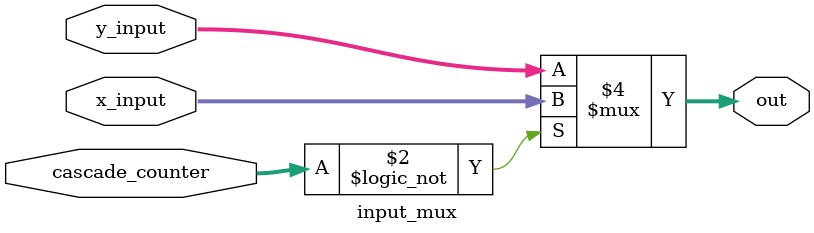
<source format=v>
`timescale 1ns / 1ps

module input_mux # ( parameter M = 4, WI = 3, WF = 29, NUM_OF_BITS = $clog2(M) )
(
    input [NUM_OF_BITS - 1 : 0] cascade_counter,
    input [WI + WF - 1 : 0] x_input,
    input [WI + WF - 1 : 0] y_input,
    output reg [WI + WF - 1 : 0] out
);
    
    always @ (*)
    begin
        if(cascade_counter == 0) out <= x_input;
        else out <= y_input;
    end
    
endmodule

</source>
